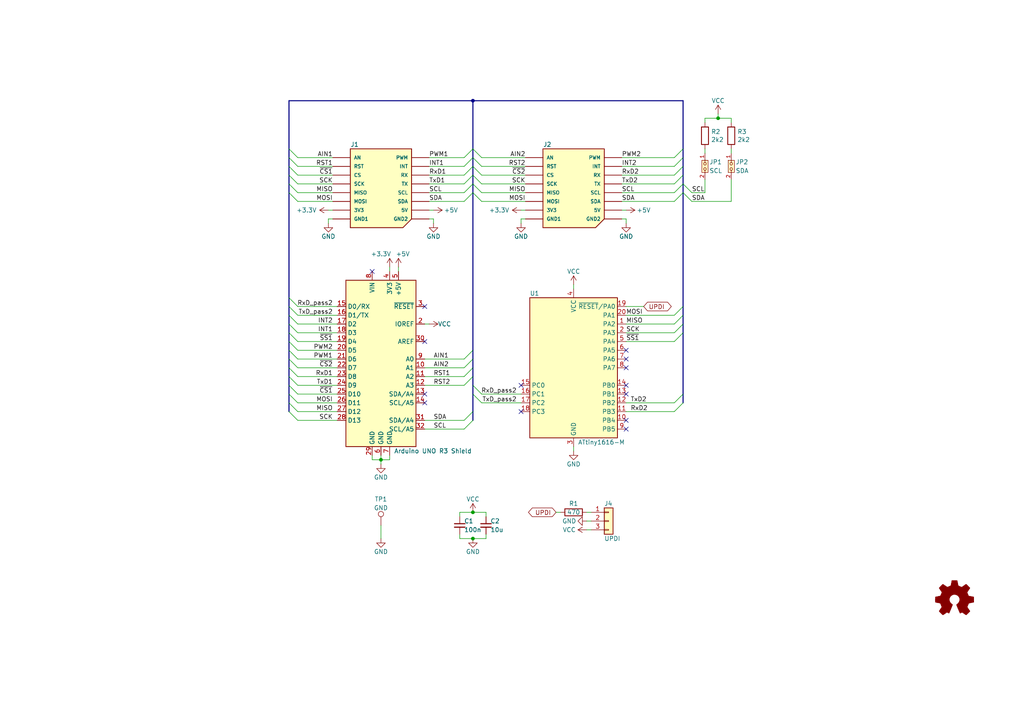
<source format=kicad_sch>
(kicad_sch (version 20250114) (generator "eeschema") (generator_version "9.0")
  (paper "A4")
  (title_block (title "Arduino UNO Click shield") (date "2023-08-25") (rev "1.1") (company "© 2023 MPro") (comment 1 "Designed by MPro") (comment 4 "Licensed under CERN-OHL-P v2 or any later version"))
  (lib_symbols
    (symbol "Connector:TestPoint" (pin_numbers (hide yes)) (pin_names (offset 0.762) (hide yes))
      (property "Reference" "TP" (at 0 6.858 0))
      (property "Value" "TestPoint" (at 0 5.08 0))
      (symbol "TestPoint_0_1"
        (circle (center 0 3.302) (radius 0.762))
      )
      (symbol "TestPoint_1_1"
        (pin passive line (at 0 0 90) (length 2.54) (name "1") (number "1"))
      )
    )
    (symbol "Connector_Generic:Conn_01x03" (pin_names (offset 1.016) (hide yes))
      (property "Reference" "J" (at 0 5.08 0))
      (property "Value" "Conn_01x03" (at 0 -5.08 0))
      (symbol "Conn_01x03_1_1"
        (rectangle (start -1.27 3.81) (end 1.27 -3.81) (stroke (width 0.254)) (fill (type background)))
        (rectangle (start -1.27 2.667) (end 0 2.413) (stroke (width 0.1524)))
        (rectangle (start -1.27 0.127) (end 0 -0.127) (stroke (width 0.1524)))
        (rectangle (start -1.27 -2.413) (end 0 -2.667) (stroke (width 0.1524)))
        (pin passive line (at -5.08 2.54 0) (length 3.81) (name "Pin_1") (number "1"))
        (pin passive line (at -5.08 0 0) (length 3.81) (name "Pin_2") (number "2"))
        (pin passive line (at -5.08 -2.54 0) (length 3.81) (name "Pin_3") (number "3"))
      )
    )
    (symbol "Device:C_Small" (pin_numbers (hide yes)) (pin_names (offset 0.254) (hide yes))
      (property "Reference" "C" (at 0.254 1.778 0))
      (property "Value" "C_Small" (at 0.254 -2.032 0))
      (symbol "C_Small_0_1"
        (polyline (pts (xy -1.524 0.508) (xy 1.524 0.508)) (stroke (width 0.3048)))
        (polyline (pts (xy -1.524 -0.508) (xy 1.524 -0.508)) (stroke (width 0.3302)))
      )
      (symbol "C_Small_1_1"
        (pin passive line (at 0 2.54 270) (length 2.032) (name "~") (number "1"))
        (pin passive line (at 0 -2.54 90) (length 2.032) (name "~") (number "2"))
      )
    )
    (symbol "MCU_Microchip_ATtiny:ATtiny1616-M"
      (property "Reference" "U" (at -12.7 21.59 0))
      (property "Value" "ATtiny1616-M" (at 2.54 -21.59 0))
      (symbol "ATtiny1616-M_0_1"
        (rectangle (start -12.7 -20.32) (end 12.7 20.32) (stroke (width 0.254)) (fill (type background)))
      )
      (symbol "ATtiny1616-M_1_1"
        (pin bidirectional line (at -15.24 -5.08 0) (length 2.54) (name "PC0") (number "15"))
        (pin bidirectional line (at -15.24 -7.62 0) (length 2.54) (name "PC1") (number "16"))
        (pin bidirectional line (at -15.24 -10.16 0) (length 2.54) (name "PC2") (number "17"))
        (pin bidirectional line (at -15.24 -12.7 0) (length 2.54) (name "PC3") (number "18"))
        (pin power_in line (at 0 22.86 270) (length 2.54) (name "VCC") (number "4"))
        (pin passive line (at 0 -22.86 90) (length 2.54) (hide yes) (name "GND") (number "21"))
        (pin power_in line (at 0 -22.86 90) (length 2.54) (name "GND") (number "3"))
        (pin bidirectional line (at 15.24 17.78 180) (length 2.54) (name "~{RESET}/PA0") (number "19"))
        (pin bidirectional line (at 15.24 15.24 180) (length 2.54) (name "PA1") (number "20"))
        (pin bidirectional line (at 15.24 12.7 180) (length 2.54) (name "PA2") (number "1"))
        (pin bidirectional line (at 15.24 10.16 180) (length 2.54) (name "PA3") (number "2"))
        (pin bidirectional line (at 15.24 7.62 180) (length 2.54) (name "PA4") (number "5"))
        (pin bidirectional line (at 15.24 5.08 180) (length 2.54) (name "PA5") (number "6"))
        (pin bidirectional line (at 15.24 2.54 180) (length 2.54) (name "PA6") (number "7"))
        (pin bidirectional line (at 15.24 0 180) (length 2.54) (name "PA7") (number "8"))
        (pin bidirectional line (at 15.24 -5.08 180) (length 2.54) (name "PB0") (number "14"))
        (pin bidirectional line (at 15.24 -7.62 180) (length 2.54) (name "PB1") (number "13"))
        (pin bidirectional line (at 15.24 -10.16 180) (length 2.54) (name "PB2") (number "12"))
        (pin bidirectional line (at 15.24 -12.7 180) (length 2.54) (name "PB3") (number "11"))
        (pin bidirectional line (at 15.24 -15.24 180) (length 2.54) (name "PB4") (number "10"))
        (pin bidirectional line (at 15.24 -17.78 180) (length 2.54) (name "PB5") (number "9"))
      )
    )
    (symbol "MCU_Module:Arduino_UNO_R3"
      (property "Reference" "A" (at -10.16 23.495 0))
      (property "Value" "Arduino_UNO_R3" (at 5.08 -26.67 0))
      (symbol "Arduino_UNO_R3_0_1"
        (rectangle (start -10.16 22.86) (end 10.16 -25.4) (stroke (width 0.254)) (fill (type background)))
      )
      (symbol "Arduino_UNO_R3_1_1"
        (pin bidirectional line (at -12.7 15.24 0) (length 2.54) (name "D0/RX") (number "15"))
        (pin bidirectional line (at -12.7 12.7 0) (length 2.54) (name "D1/TX") (number "16"))
        (pin bidirectional line (at -12.7 10.16 0) (length 2.54) (name "D2") (number "17"))
        (pin bidirectional line (at -12.7 7.62 0) (length 2.54) (name "D3") (number "18"))
        (pin bidirectional line (at -12.7 5.08 0) (length 2.54) (name "D4") (number "19"))
        (pin bidirectional line (at -12.7 2.54 0) (length 2.54) (name "D5") (number "20"))
        (pin bidirectional line (at -12.7 0 0) (length 2.54) (name "D6") (number "21"))
        (pin bidirectional line (at -12.7 -2.54 0) (length 2.54) (name "D7") (number "22"))
        (pin bidirectional line (at -12.7 -5.08 0) (length 2.54) (name "D8") (number "23"))
        (pin bidirectional line (at -12.7 -7.62 0) (length 2.54) (name "D9") (number "24"))
        (pin bidirectional line (at -12.7 -10.16 0) (length 2.54) (name "D10") (number "25"))
        (pin bidirectional line (at -12.7 -12.7 0) (length 2.54) (name "D11") (number "26"))
        (pin bidirectional line (at -12.7 -15.24 0) (length 2.54) (name "D12") (number "27"))
        (pin bidirectional line (at -12.7 -17.78 0) (length 2.54) (name "D13") (number "28"))
        (pin no_connect line (at -10.16 -20.32 0) (length 2.54) (hide yes) (name "NC") (number "1"))
        (pin power_in line (at -2.54 25.4 270) (length 2.54) (name "VIN") (number "8"))
        (pin power_in line (at -2.54 -27.94 90) (length 2.54) (name "GND") (number "29"))
        (pin power_in line (at 0 -27.94 90) (length 2.54) (name "GND") (number "6"))
        (pin power_out line (at 2.54 25.4 270) (length 2.54) (name "3V3") (number "4"))
        (pin power_in line (at 2.54 -27.94 90) (length 2.54) (name "GND") (number "7"))
        (pin power_out line (at 5.08 25.4 270) (length 2.54) (name "+5V") (number "5"))
        (pin input line (at 12.7 15.24 180) (length 2.54) (name "~{RESET}") (number "3"))
        (pin output line (at 12.7 10.16 180) (length 2.54) (name "IOREF") (number "2"))
        (pin input line (at 12.7 5.08 180) (length 2.54) (name "AREF") (number "30"))
        (pin bidirectional line (at 12.7 0 180) (length 2.54) (name "A0") (number "9"))
        (pin bidirectional line (at 12.7 -2.54 180) (length 2.54) (name "A1") (number "10"))
        (pin bidirectional line (at 12.7 -5.08 180) (length 2.54) (name "A2") (number "11"))
        (pin bidirectional line (at 12.7 -7.62 180) (length 2.54) (name "A3") (number "12"))
        (pin bidirectional line (at 12.7 -10.16 180) (length 2.54) (name "SDA/A4") (number "13"))
        (pin bidirectional line (at 12.7 -12.7 180) (length 2.54) (name "SCL/A5") (number "14"))
        (pin bidirectional line (at 12.7 -17.78 180) (length 2.54) (name "SDA/A4") (number "31"))
        (pin bidirectional line (at 12.7 -20.32 180) (length 2.54) (name "SCL/A5") (number "32"))
      )
    )
    (symbol "archive:Device_R" (pin_numbers (hide yes)) (pin_names (offset 0))
      (property "Reference" "R" (at 2.032 0 90))
      (property "Value" "Device_R" (at 0 0 90))
      (symbol "Device_R_0_1"
        (rectangle (start -1.016 -2.54) (end 1.016 2.54) (stroke (width 0.254)))
      )
      (symbol "Device_R_1_1"
        (pin passive line (at 0 3.81 270) (length 1.27) (name "~") (number "1"))
        (pin passive line (at 0 -3.81 90) (length 1.27) (name "~") (number "2"))
      )
    )
    (symbol "archive:Graphic_Logo_Open_Hardware_Small" (pin_names (offset 1.016))
      (symbol "Graphic_Logo_Open_Hardware_Small_0_1"
        (polyline (pts (xy 3.3528 -4.3434) (xy 3.302 -4.318) (xy 3.175 -4.2418) (xy 2.9972 -4.1148) (xy 2.7686 -3.9624) (xy 2.54 -3.81) (xy 2.3622 -3.7084) (xy 2.2352 -3.6068) (xy 2.1844 -3.5814) (xy 2.159 -3.6068) (xy 2.0574 -3.6576) (xy 1.905 -3.7338) (xy 1.8034 -3.7846) (xy 1.6764 -3.8354) (xy 1.6002 -3.8354) (xy 1.6002 -3.8354) (xy 1.5494 -3.7338) (xy 1.4732 -3.5306) (xy 1.3462 -3.302) (xy 1.2446 -3.0226) (xy 1.1176 -2.7178) (xy 0.9652 -2.413) (xy 0.8636 -2.1082) (xy 0.7366 -1.8288) (xy 0.6604 -1.6256) (xy 0.6096 -1.4732) (xy 0.5842 -1.397) (xy 0.5842 -1.397) (xy 0.6604 -1.3208) (xy 0.7874 -1.2446) (xy 1.0414 -1.016) (xy 1.2954 -0.6858) (xy 1.4478 -0.3302) (xy 1.524 0.0762) (xy 1.4732 0.4572) (xy 1.3208 0.8128) (xy 1.0668 1.143) (xy 0.762 1.3716) (xy 0.4064 1.524) (xy 0 1.5748) (xy -0.381 1.5494) (xy -0.7366 1.397) (xy -1.0668 1.143) (xy -1.2192 0.9906) (xy -1.397 0.6604) (xy -1.524 0.3048) (xy -1.524 0.2286) (xy -1.4986 -0.1778) (xy -1.397 -0.5334) (xy -1.1938 -0.8636) (xy -0.9144 -1.143) (xy -0.8636 -1.1684) (xy -0.7366 -1.27) (xy -0.635 -1.3462) (xy -0.5842 -1.397) (xy -1.0668 -2.5908) (xy -1.143 -2.794) (xy -1.2954 -3.1242) (xy -1.397 -3.4036) (xy -1.4986 -3.6322) (xy -1.5748 -3.7846) (xy -1.6002 -3.8354) (xy -1.6002 -3.8354) (xy -1.651 -3.8354) (xy -1.7272 -3.81) (xy -1.905 -3.7338) (xy -2.0066 -3.683) (xy -2.1336 -3.6068) (xy -2.2098 -3.5814) (xy -2.2606 -3.6068) (xy -2.3622 -3.683) (xy -2.54 -3.81) (xy -2.7686 -3.9624) (xy -2.9718 -4.0894) (xy -3.1496 -4.2164) (xy -3.302 -4.318) (xy -3.3528 -4.3434) (xy -3.3782 -4.3434) (xy -3.429 -4.318) (xy -3.5306 -4.2164) (xy -3.7084 -4.064) (xy -3.937 -3.8354) (xy -3.9624 -3.81) (xy -4.1656 -3.6068) (xy -4.318 -3.4544) (xy -4.4196 -3.3274) (xy -4.445 -3.2766) (xy -4.445 -3.2766) (xy -4.4196 -3.2258) (xy -4.318 -3.0734) (xy -4.2164 -2.8956) (xy -4.064 -2.667) (xy -3.6576 -2.0828) (xy -3.8862 -1.5494) (xy -3.937 -1.3716) (xy -4.0386 -1.1684) (xy -4.0894 -1.0414) (xy -4.1148 -0.9652) (xy -4.191 -0.9398) (xy -4.318 -0.9144) (xy -4.5466 -0.8636) (xy -4.8006 -0.8128) (xy -5.0546 -0.7874) (xy -5.2578 -0.7366) (xy -5.4356 -0.7112) (xy -5.5118 -0.6858) (xy -5.5118 -0.6858) (xy -5.5372 -0.635) (xy -5.5372 -0.5588) (xy -5.5372 -0.4318) (xy -5.5626 -0.2286) (xy -5.5626 0.0762) (xy -5.5626 0.127) (xy -5.5372 0.4064) (xy -5.5372 0.635) (xy -5.5372 0.762) (xy -5.5372 0.8382) (xy -5.5372 0.8382) (xy -5.461 0.8382) (xy -5.3086 0.889) (xy -5.08 0.9144) (xy -4.826 0.9652) (xy -4.8006 0.9906) (xy -4.5466 1.0414) (xy -4.318 1.0668) (xy -4.1656 1.1176) (xy -4.0894 1.143) (xy -4.0894 1.143) (xy -4.0386 1.2446) (xy -3.9624 1.4224) (xy -3.8608 1.6256) (xy -3.7846 1.8288) (xy -3.7084 2.0066) (xy -3.6576 2.159) (xy -3.6322 2.2098) (xy -3.6322 2.2098) (xy -3.683 2.286) (xy -3.7592 2.413) (xy -3.8862 2.5908) (xy -4.064 2.8194) (xy -4.064 2.8448) (xy -4.2164 3.0734) (xy -4.3434 3.2512) (xy -4.4196 3.3782) (xy -4.445 3.4544) (xy -4.445 3.4544) (xy -4.3942 3.5052) (xy -4.2926 3.6322) (xy -4.1148 3.81) (xy -3.937 4.0132) (xy -3.8608 4.064) (xy -3.6576 4.2926) (xy -3.5052 4.4196) (xy -3.4036 4.4958) (xy -3.3528 4.5212) (xy -3.3528 4.5212) (xy -3.302 4.4704) (xy -3.1496 4.3688) (xy -2.9718 4.2418) (xy -2.7432 4.0894) (xy -2.7178 4.0894) (xy -2.4892 3.937) (xy -2.3114 3.81) (xy -2.1844 3.7084) (xy -2.1336 3.683) (xy -2.1082 3.683) (xy -2.032 3.7084) (xy -1.8542 3.7592) (xy -1.6764 3.8354) (xy -1.4732 3.937) (xy -1.27 4.0132) (xy -1.143 4.064) (xy -1.0668 4.1148) (xy -1.0668 4.1148) (xy -1.0414 4.191) (xy -1.016 4.3434) (xy -0.9652 4.572) (xy -0.9144 4.8514) (xy -0.889 4.9022) (xy -0.8382 5.1562) (xy -0.8128 5.3848) (xy -0.7874 5.5372) (xy -0.762 5.588) (xy -0.7112 5.6134) (xy -0.5842 5.6134) (xy -0.4064 5.6134) (xy -0.1524 5.6134) (xy 0.0762 5.6134) (xy 0.3302 5.6134) (xy 0.5334 5.6134) (xy 0.6858 5.588) (xy 0.7366 5.588) (xy 0.7366 5.588) (xy 0.762 5.5118) (xy 0.8128 5.334) (xy 0.8382 5.1054) (xy 0.9144 4.826) (xy 0.9144 4.7752) (xy 0.9652 4.5212) (xy 1.016 4.2926) (xy 1.0414 4.1402) (xy 1.0668 4.0894) (xy 1.0668 4.0894) (xy 1.1938 4.0386) (xy 1.3716 3.9624) (xy 1.5748 3.8608) (xy 2.0828 3.6576) (xy 2.7178 4.0894) (xy 2.7686 4.1402) (xy 2.9972 4.2926) (xy 3.175 4.4196) (xy 3.302 4.4958) (xy 3.3782 4.5212) (xy 3.3782 4.5212) (xy 3.429 4.4704) (xy 3.556 4.3434) (xy 3.7338 4.191) (xy 3.9116 3.9878) (xy 4.064 3.8354) (xy 4.2418 3.6576) (xy 4.3434 3.556) (xy 4.4196 3.4798) (xy 4.4196 3.429) (xy 4.4196 3.4036) (xy 4.3942 3.3274) (xy 4.2926 3.2004) (xy 4.1656 2.9972) (xy 4.0132 2.794) (xy 3.8862 2.5908) (xy 3.7592 2.3876) (xy 3.6576 2.2352) (xy 3.6322 2.159) (xy 3.6322 2.1336) (xy 3.683 2.0066) (xy 3.7592 1.8288) (xy 3.8608 1.6002) (xy 4.064 1.1176) (xy 4.3942 1.0414) (xy 4.5974 1.016) (xy 4.8768 0.9652) (xy 5.1308 0.9144) (xy 5.5372 0.8382) (xy 5.5626 -0.6604) (xy 5.4864 -0.6858) (xy 5.4356 -0.6858) (xy 5.2832 -0.7366) (xy 5.0546 -0.762) (xy 4.8006 -0.8128) (xy 4.5974 -0.8636) (xy 4.3688 -0.9144) (xy 4.2164 -0.9398) (xy 4.1402 -0.9398) (xy 4.1148 -0.9652) (xy 4.064 -1.0668) (xy 3.9878 -1.2446) (xy 3.9116 -1.4478) (xy 3.81 -1.651) (xy 3.7338 -1.8542) (xy 3.683 -2.0066) (xy 3.6576 -2.0828) (xy 3.683 -2.1336) (xy 3.7846 -2.2606) (xy 3.8862 -2.4638) (xy 4.0386 -2.667) (xy 4.191 -2.8956) (xy 4.318 -3.0734) (xy 4.3942 -3.2004) (xy 4.445 -3.2766) (xy 4.4196 -3.3274) (xy 4.3434 -3.429) (xy 4.1656 -3.5814) (xy 3.937 -3.8354) (xy 3.8862 -3.8608) (xy 3.683 -4.064) (xy 3.5306 -4.2164) (xy 3.4036 -4.318) (xy 3.3528 -4.3434)) (fill (type outline)))
      )
    )
    (symbol "diy-modules:mikroBUS_host_connector" (pin_numbers (hide yes)) (pin_names (offset 1.016))
      (property "Reference" "J" (at 0 23.495 0))
      (symbol "mikroBUS_host_connector_0_0"
        (pin bidirectional line (at -5.08 20.32 0) (length 5.08) (name "AN") (number "P1"))
        (pin bidirectional line (at -5.08 17.78 0) (length 5.08) (name "RST") (number "P2"))
        (pin bidirectional line (at -5.08 15.24 0) (length 5.08) (name "CS") (number "P3"))
        (pin bidirectional line (at -5.08 12.7 0) (length 5.08) (name "SCK") (number "P4"))
        (pin bidirectional line (at -5.08 10.16 0) (length 5.08) (name "MISO") (number "P5"))
        (pin bidirectional line (at -5.08 7.62 0) (length 5.08) (name "MOSI") (number "P6"))
        (pin power_in line (at -5.08 5.08 0) (length 5.08) (name "3V3") (number "P7"))
        (pin bidirectional line (at 22.86 20.32 180) (length 5.08) (name "PWM") (number "P16"))
        (pin bidirectional line (at 22.86 17.78 180) (length 5.08) (name "INT") (number "P15"))
        (pin bidirectional line (at 22.86 15.24 180) (length 5.08) (name "RX") (number "P14"))
        (pin bidirectional line (at 22.86 12.7 180) (length 5.08) (name "TX") (number "P13"))
        (pin bidirectional line (at 22.86 10.16 180) (length 5.08) (name "SCL") (number "P12"))
        (pin bidirectional line (at 22.86 7.62 180) (length 5.08) (name "SDA") (number "P11"))
        (pin power_in line (at 22.86 5.08 180) (length 5.08) (name "5V") (number "P10"))
      )
      (symbol "mikroBUS_host_connector_0_1"
        (polyline (pts (xy 17.78 2.54) (xy 15.24 0) (xy 0 0) (xy 0 22.86) (xy 17.78 22.86) (xy 17.78 2.54)) (stroke (width 0.254)) (fill (type background)))
      )
      (symbol "mikroBUS_host_connector_1_0"
        (pin power_in line (at -5.08 2.54 0) (length 5.08) (name "GND1") (number "P8"))
        (pin power_in line (at 22.86 2.54 180) (length 5.08) (name "GND2") (number "P9"))
      )
    )
    (symbol "power:+3.3V" (power) (pin_names (offset 0))
      (property "Value" "+3.3V" (at 0 3.556 0))
      (symbol "+3.3V_0_1"
        (polyline (pts (xy -0.762 1.27) (xy 0 2.54)))
        (polyline (pts (xy 0 2.54) (xy 0.762 1.27)))
        (polyline (pts (xy 0 0) (xy 0 2.54)))
      )
      (symbol "+3.3V_1_1"
        (pin power_in line (at 0 0 90) (length 0) (hide yes) (name "+3.3V") (number "1"))
      )
    )
    (symbol "power:+5V" (power) (pin_names (offset 0))
      (property "Value" "+5V" (at 0 3.556 0))
      (symbol "+5V_0_1"
        (polyline (pts (xy -0.762 1.27) (xy 0 2.54)))
        (polyline (pts (xy 0 2.54) (xy 0.762 1.27)))
        (polyline (pts (xy 0 0) (xy 0 2.54)))
      )
      (symbol "+5V_1_1"
        (pin power_in line (at 0 0 90) (length 0) (hide yes) (name "+5V") (number "1"))
      )
    )
    (symbol "power:GND" (power) (pin_names (offset 0))
      (property "Value" "GND" (at 0 -3.81 0))
      (symbol "GND_0_1"
        (polyline (pts (xy 0 0) (xy 0 -1.27) (xy 1.27 -1.27) (xy 0 -2.54) (xy -1.27 -1.27) (xy 0 -1.27)))
      )
      (symbol "GND_1_1"
        (pin power_in line (at 0 0 270) (length 0) (hide yes) (name "GND") (number "1"))
      )
    )
    (symbol "power:VCC" (power) (pin_names (offset 0))
      (property "Value" "VCC" (at 0 3.81 0))
      (symbol "VCC_0_1"
        (polyline (pts (xy -0.762 1.27) (xy 0 2.54)))
        (polyline (pts (xy 0 2.54) (xy 0.762 1.27)))
        (polyline (pts (xy 0 0) (xy 0 2.54)))
      )
      (symbol "VCC_1_1"
        (pin power_in line (at 0 0 90) (length 0) (hide yes) (name "VCC") (number "1"))
      )
    )
    (symbol "various:Jumper_2" (pin_names (offset 0) (hide yes))
      (property "Reference" "JP" (at -0.635 1.905 0))
      (property "Value" "Jumper_2" (at 1.27 -2.54 0))
      (symbol "Jumper_2_0_1"
        (polyline (pts (xy 0.127 0) (xy -0.635 0)))
        (polyline (pts (xy 3.175 0) (xy 2.413 0)))
      )
      (symbol "Jumper_2_1_0"
        (rectangle (start -0.508 0.889) (end 3.048 -0.889) (fill (type background)))
        (circle (center 0.508 0) (radius 0.381))
        (circle (center 2.032 0) (radius 0.381))
      )
      (symbol "Jumper_2_1_1"
        (pin passive line (at -2.54 0 0) (length 1.905) (name "A") (number "1"))
        (pin passive line (at 5.08 0 180) (length 1.905) (name "B") (number "2"))
      )
    )
  )
  (junction (at 137.16 148.59))
  (junction (at 137.16 29.21))
  (junction (at 208.28 34.29))
  (junction (at 137.16 156.21))
  (junction (at 110.49 133.35))
  (no_connect (at 123.19 99.06))
  (no_connect (at 181.61 124.46))
  (no_connect (at 107.95 78.74))
  (no_connect (at 123.19 116.84))
  (no_connect (at 181.61 111.76))
  (no_connect (at 181.61 121.92))
  (no_connect (at 151.13 111.76))
  (no_connect (at 181.61 101.6))
  (no_connect (at 123.19 114.3))
  (no_connect (at 123.19 88.9))
  (no_connect (at 181.61 106.68))
  (no_connect (at 181.61 104.14))
  (no_connect (at 151.13 119.38))
  (no_connect (at 181.61 114.3))
  (bus_entry (at 134.62 124.46) (size 2.54 -2.54))
  (bus_entry (at 139.7 48.26) (size -2.54 -2.54))
  (bus_entry (at 195.58 116.84) (size 2.54 -2.54))
  (bus_entry (at 134.62 45.72) (size 2.54 -2.54))
  (bus_entry (at 195.58 91.44) (size 2.54 -2.54))
  (bus_entry (at 86.36 116.84) (size -2.54 -2.54))
  (bus_entry (at 86.36 53.34) (size -2.54 -2.54))
  (bus_entry (at 134.62 50.8) (size 2.54 -2.54))
  (bus_entry (at 86.36 96.52) (size -2.54 -2.54))
  (bus_entry (at 139.7 53.34) (size -2.54 -2.54))
  (bus_entry (at 195.58 58.42) (size 2.54 -2.54))
  (bus_entry (at 86.36 109.22) (size -2.54 -2.54))
  (bus_entry (at 86.36 58.42) (size -2.54 -2.54))
  (bus_entry (at 200.66 58.42) (size -2.54 -2.54))
  (bus_entry (at 134.62 111.76) (size 2.54 -2.54))
  (bus_entry (at 86.36 101.6) (size -2.54 -2.54))
  (bus_entry (at 86.36 104.14) (size -2.54 -2.54))
  (bus_entry (at 86.36 114.3) (size -2.54 -2.54))
  (bus_entry (at 134.62 109.22) (size 2.54 -2.54))
  (bus_entry (at 134.62 55.88) (size 2.54 -2.54))
  (bus_entry (at 86.36 99.06) (size -2.54 -2.54))
  (bus_entry (at 86.36 121.92) (size -2.54 -2.54))
  (bus_entry (at 195.58 48.26) (size 2.54 -2.54))
  (bus_entry (at 86.36 48.26) (size -2.54 -2.54))
  (bus_entry (at 134.62 121.92) (size 2.54 -2.54))
  (bus_entry (at 86.36 45.72) (size -2.54 -2.54))
  (bus_entry (at 195.58 93.98) (size 2.54 -2.54))
  (bus_entry (at 86.36 93.98) (size -2.54 -2.54))
  (bus_entry (at 139.7 116.84) (size -2.54 -2.54))
  (bus_entry (at 134.62 53.34) (size 2.54 -2.54))
  (bus_entry (at 134.62 58.42) (size 2.54 -2.54))
  (bus_entry (at 139.7 50.8) (size -2.54 -2.54))
  (bus_entry (at 134.62 48.26) (size 2.54 -2.54))
  (bus_entry (at 195.58 53.34) (size 2.54 -2.54))
  (bus_entry (at 134.62 106.68) (size 2.54 -2.54))
  (bus_entry (at 195.58 50.8) (size 2.54 -2.54))
  (bus_entry (at 195.58 99.06) (size 2.54 -2.54))
  (bus_entry (at 86.36 106.68) (size -2.54 -2.54))
  (bus_entry (at 134.62 104.14) (size 2.54 -2.54))
  (bus_entry (at 86.36 55.88) (size -2.54 -2.54))
  (bus_entry (at 139.7 114.3) (size -2.54 -2.54))
  (bus_entry (at 139.7 55.88) (size -2.54 -2.54))
  (bus_entry (at 86.36 119.38) (size -2.54 -2.54))
  (bus_entry (at 139.7 58.42) (size -2.54 -2.54))
  (bus_entry (at 86.36 88.9) (size -2.54 -2.54))
  (bus_entry (at 195.58 45.72) (size 2.54 -2.54))
  (bus_entry (at 86.36 50.8) (size -2.54 -2.54))
  (bus_entry (at 86.36 111.76) (size -2.54 -2.54))
  (bus_entry (at 195.58 96.52) (size 2.54 -2.54))
  (bus_entry (at 195.58 55.88) (size 2.54 -2.54))
  (bus_entry (at 139.7 45.72) (size -2.54 -2.54))
  (bus_entry (at 86.36 91.44) (size -2.54 -2.54))
  (bus_entry (at 200.66 55.88) (size -2.54 -2.54))
  (bus_entry (at 195.58 119.38) (size 2.54 -2.54))
  (wire (pts (xy 86.36 106.68) (xy 97.79 106.68)))
  (wire (pts (xy 212.09 34.29) (xy 212.09 35.56)))
  (bus (pts (xy 83.82 86.36) (xy 83.82 88.9)))
  (wire (pts (xy 123.19 106.68) (xy 134.62 106.68)))
  (wire (pts (xy 200.66 58.42) (xy 212.09 58.42)))
  (wire (pts (xy 86.36 104.14) (xy 97.79 104.14)))
  (bus (pts (xy 137.16 55.88) (xy 137.16 101.6)))
  (wire (pts (xy 124.46 58.42) (xy 134.62 58.42)))
  (bus (pts (xy 83.82 99.06) (xy 83.82 101.6)))
  (wire (pts (xy 110.49 133.35) (xy 110.49 134.62)))
  (wire (pts (xy 124.46 55.88) (xy 134.62 55.88)))
  (wire (pts (xy 212.09 58.42) (xy 212.09 52.07)))
  (wire (pts (xy 180.34 48.26) (xy 195.58 48.26)))
  (wire (pts (xy 115.57 77.47) (xy 115.57 78.74)))
  (wire (pts (xy 161.29 148.59) (xy 162.56 148.59)))
  (wire (pts (xy 86.36 119.38) (xy 97.79 119.38)))
  (wire (pts (xy 170.18 151.13) (xy 171.45 151.13)))
  (wire (pts (xy 133.35 148.59) (xy 133.35 149.86)))
  (wire (pts (xy 124.46 48.26) (xy 134.62 48.26)))
  (wire (pts (xy 124.46 63.5) (xy 125.73 63.5)))
  (bus (pts (xy 83.82 88.9) (xy 83.82 91.44)))
  (bus (pts (xy 83.82 93.98) (xy 83.82 96.52)))
  (wire (pts (xy 166.37 82.55) (xy 166.37 83.82)))
  (bus (pts (xy 137.16 53.34) (xy 137.16 55.88)))
  (bus (pts (xy 137.16 50.8) (xy 137.16 53.34)))
  (bus (pts (xy 83.82 93.98) (xy 83.82 91.44)))
  (bus (pts (xy 83.82 114.3) (xy 83.82 111.76)))
  (wire (pts (xy 86.36 96.52) (xy 97.79 96.52)))
  (wire (pts (xy 181.61 93.98) (xy 195.58 93.98)))
  (wire (pts (xy 180.34 53.34) (xy 195.58 53.34)))
  (wire (pts (xy 107.95 132.08) (xy 107.95 133.35)))
  (wire (pts (xy 151.13 63.5) (xy 151.13 64.77)))
  (bus (pts (xy 198.12 88.9) (xy 198.12 91.44)))
  (bus (pts (xy 198.12 93.98) (xy 198.12 96.52)))
  (bus (pts (xy 137.16 101.6) (xy 137.16 104.14)))
  (wire (pts (xy 86.36 109.22) (xy 97.79 109.22)))
  (wire (pts (xy 204.47 34.29) (xy 208.28 34.29)))
  (bus (pts (xy 137.16 109.22) (xy 137.16 111.76)))
  (wire (pts (xy 140.97 148.59) (xy 140.97 149.86)))
  (bus (pts (xy 83.82 43.18) (xy 83.82 29.21)))
  (wire (pts (xy 124.46 53.34) (xy 134.62 53.34)))
  (wire (pts (xy 124.46 60.96) (xy 125.73 60.96)))
  (wire (pts (xy 139.7 48.26) (xy 152.4 48.26)))
  (wire (pts (xy 86.36 99.06) (xy 97.79 99.06)))
  (wire (pts (xy 123.19 121.92) (xy 134.62 121.92)))
  (bus (pts (xy 198.12 50.8) (xy 198.12 53.34)))
  (bus (pts (xy 137.16 114.3) (xy 137.16 119.38)))
  (wire (pts (xy 181.61 96.52) (xy 195.58 96.52)))
  (wire (pts (xy 181.61 88.9) (xy 186.69 88.9)))
  (bus (pts (xy 83.82 29.21) (xy 137.16 29.21)))
  (bus (pts (xy 83.82 53.34) (xy 83.82 55.88)))
  (bus (pts (xy 83.82 104.14) (xy 83.82 106.68)))
  (wire (pts (xy 180.34 50.8) (xy 195.58 50.8)))
  (wire (pts (xy 95.25 63.5) (xy 96.52 63.5)))
  (bus (pts (xy 198.12 48.26) (xy 198.12 50.8)))
  (bus (pts (xy 83.82 109.22) (xy 83.82 106.68)))
  (wire (pts (xy 180.34 63.5) (xy 181.61 63.5)))
  (wire (pts (xy 204.47 43.18) (xy 204.47 44.45)))
  (wire (pts (xy 180.34 60.96) (xy 181.61 60.96)))
  (bus (pts (xy 83.82 119.38) (xy 83.82 116.84)))
  (bus (pts (xy 198.12 29.21) (xy 198.12 43.18)))
  (wire (pts (xy 123.19 111.76) (xy 134.62 111.76)))
  (wire (pts (xy 86.36 93.98) (xy 97.79 93.98)))
  (wire (pts (xy 86.36 50.8) (xy 96.52 50.8)))
  (wire (pts (xy 86.36 58.42) (xy 96.52 58.42)))
  (wire (pts (xy 212.09 43.18) (xy 212.09 44.45)))
  (wire (pts (xy 95.25 60.96) (xy 96.52 60.96)))
  (wire (pts (xy 110.49 133.35) (xy 113.03 133.35)))
  (wire (pts (xy 110.49 132.08) (xy 110.49 133.35)))
  (wire (pts (xy 125.73 63.5) (xy 125.73 64.77)))
  (wire (pts (xy 123.19 93.98) (xy 124.46 93.98)))
  (wire (pts (xy 180.34 58.42) (xy 195.58 58.42)))
  (bus (pts (xy 137.16 43.18) (xy 137.16 45.72)))
  (wire (pts (xy 151.13 60.96) (xy 152.4 60.96)))
  (wire (pts (xy 113.03 132.08) (xy 113.03 133.35)))
  (wire (pts (xy 123.19 104.14) (xy 134.62 104.14)))
  (bus (pts (xy 137.16 106.68) (xy 137.16 109.22)))
  (wire (pts (xy 208.28 34.29) (xy 212.09 34.29)))
  (wire (pts (xy 139.7 58.42) (xy 152.4 58.42)))
  (wire (pts (xy 139.7 53.34) (xy 152.4 53.34)))
  (wire (pts (xy 110.49 152.4) (xy 110.49 156.21)))
  (bus (pts (xy 83.82 45.72) (xy 83.82 48.26)))
  (wire (pts (xy 200.66 55.88) (xy 204.47 55.88)))
  (bus (pts (xy 198.12 45.72) (xy 198.12 48.26)))
  (wire (pts (xy 181.61 116.84) (xy 195.58 116.84)))
  (wire (pts (xy 139.7 50.8) (xy 152.4 50.8)))
  (wire (pts (xy 181.61 63.5) (xy 181.61 64.77)))
  (wire (pts (xy 139.7 45.72) (xy 152.4 45.72)))
  (wire (pts (xy 86.36 55.88) (xy 96.52 55.88)))
  (wire (pts (xy 204.47 55.88) (xy 204.47 52.07)))
  (bus (pts (xy 198.12 91.44) (xy 198.12 93.98)))
  (wire (pts (xy 152.4 63.5) (xy 151.13 63.5)))
  (wire (pts (xy 86.36 111.76) (xy 97.79 111.76)))
  (bus (pts (xy 137.16 119.38) (xy 137.16 121.92)))
  (bus (pts (xy 83.82 109.22) (xy 83.82 111.76)))
  (wire (pts (xy 170.18 153.67) (xy 171.45 153.67)))
  (bus (pts (xy 83.82 43.18) (xy 83.82 45.72)))
  (bus (pts (xy 83.82 114.3) (xy 83.82 116.84)))
  (wire (pts (xy 123.19 109.22) (xy 134.62 109.22)))
  (wire (pts (xy 140.97 154.94) (xy 140.97 156.21)))
  (wire (pts (xy 86.36 48.26) (xy 96.52 48.26)))
  (wire (pts (xy 180.34 55.88) (xy 195.58 55.88)))
  (bus (pts (xy 83.82 50.8) (xy 83.82 53.34)))
  (bus (pts (xy 198.12 53.34) (xy 198.12 55.88)))
  (wire (pts (xy 86.36 101.6) (xy 97.79 101.6)))
  (wire (pts (xy 137.16 156.21) (xy 133.35 156.21)))
  (wire (pts (xy 208.28 33.02) (xy 208.28 34.29)))
  (bus (pts (xy 137.16 111.76) (xy 137.16 114.3)))
  (wire (pts (xy 86.36 116.84) (xy 97.79 116.84)))
  (wire (pts (xy 86.36 88.9) (xy 97.79 88.9)))
  (wire (pts (xy 86.36 121.92) (xy 97.79 121.92)))
  (bus (pts (xy 83.82 86.36) (xy 83.82 55.88)))
  (wire (pts (xy 113.03 77.47) (xy 113.03 78.74)))
  (wire (pts (xy 107.95 133.35) (xy 110.49 133.35)))
  (wire (pts (xy 166.37 129.54) (xy 166.37 130.81)))
  (wire (pts (xy 86.36 45.72) (xy 96.52 45.72)))
  (wire (pts (xy 181.61 119.38) (xy 195.58 119.38)))
  (bus (pts (xy 137.16 29.21) (xy 137.16 43.18)))
  (bus (pts (xy 198.12 43.18) (xy 198.12 45.72)))
  (wire (pts (xy 139.7 55.88) (xy 152.4 55.88)))
  (wire (pts (xy 204.47 35.56) (xy 204.47 34.29)))
  (wire (pts (xy 124.46 50.8) (xy 134.62 50.8)))
  (wire (pts (xy 181.61 99.06) (xy 195.58 99.06)))
  (bus (pts (xy 137.16 29.21) (xy 198.12 29.21)))
  (wire (pts (xy 139.7 116.84) (xy 151.13 116.84)))
  (wire (pts (xy 139.7 114.3) (xy 151.13 114.3)))
  (wire (pts (xy 137.16 148.59) (xy 140.97 148.59)))
  (wire (pts (xy 170.18 148.59) (xy 171.45 148.59)))
  (bus (pts (xy 83.82 104.14) (xy 83.82 101.6)))
  (bus (pts (xy 198.12 114.3) (xy 198.12 116.84)))
  (wire (pts (xy 86.36 114.3) (xy 97.79 114.3)))
  (wire (pts (xy 86.36 53.34) (xy 96.52 53.34)))
  (wire (pts (xy 124.46 45.72) (xy 134.62 45.72)))
  (bus (pts (xy 83.82 48.26) (xy 83.82 50.8)))
  (bus (pts (xy 198.12 55.88) (xy 198.12 88.9)))
  (wire (pts (xy 180.34 45.72) (xy 195.58 45.72)))
  (wire (pts (xy 86.36 91.44) (xy 97.79 91.44)))
  (bus (pts (xy 198.12 96.52) (xy 198.12 114.3)))
  (wire (pts (xy 181.61 91.44) (xy 195.58 91.44)))
  (wire (pts (xy 123.19 124.46) (xy 134.62 124.46)))
  (wire (pts (xy 133.35 154.94) (xy 133.35 156.21)))
  (wire (pts (xy 140.97 156.21) (xy 137.16 156.21)))
  (bus (pts (xy 137.16 45.72) (xy 137.16 48.26)))
  (wire (pts (xy 95.25 64.77) (xy 95.25 63.5)))
  (bus (pts (xy 83.82 99.06) (xy 83.82 96.52)))
  (bus (pts (xy 137.16 48.26) (xy 137.16 50.8)))
  (bus (pts (xy 137.16 104.14) (xy 137.16 106.68)))
  (wire (pts (xy 133.35 148.59) (xy 137.16 148.59)))
  (label "TxD_pass2" (at 149.86 116.84 180))
  (label "~{SS1}" (at 181.61 99.06 0))
  (label "AIN2" (at 125.73 106.68 0))
  (label "RxD1" (at 124.46 50.8 0))
  (label "TxD1" (at 96.52 111.76 180))
  (label "RxD_pass2" (at 149.86 114.3 180))
  (label "MOSI" (at 96.52 116.84 180))
  (label "AIN2" (at 152.4 45.72 180))
  (label "PWM1" (at 96.52 104.14 180))
  (label "INT1" (at 96.52 96.52 180))
  (label "RST2" (at 125.73 111.76 0))
  (label "MISO" (at 152.4 55.88 180))
  (label "MISO" (at 96.52 55.88 180))
  (label "AIN1" (at 96.52 45.72 180))
  (label "SCK" (at 181.61 96.52 0))
  (label "SCK" (at 96.52 53.34 180))
  (label "RxD2" (at 180.34 50.8 0))
  (label "~{CS1}" (at 96.52 50.8 180))
  (label "MOSI" (at 152.4 58.42 180))
  (label "SDA" (at 125.73 121.92 0))
  (label "TxD2" (at 180.34 53.34 0))
  (label "~{CS2}" (at 152.4 50.8 180))
  (label "RST1" (at 125.73 109.22 0))
  (label "SCL" (at 180.34 55.88 0))
  (label "AIN1" (at 125.73 104.14 0))
  (label "SCL" (at 125.73 124.46 0))
  (label "SCK" (at 152.4 53.34 180))
  (label "SDA" (at 124.46 58.42 0))
  (label "MISO" (at 181.61 93.98 0))
  (label "MISO" (at 96.52 119.38 180))
  (label "RST2" (at 152.4 48.26 180))
  (label "SCL" (at 200.66 55.88 0))
  (label "SDA" (at 200.66 58.42 0))
  (label "MOSI" (at 181.61 91.44 0))
  (label "SDA" (at 180.34 58.42 0))
  (label "~{CS1}" (at 96.52 114.3 180))
  (label "~{CS2}" (at 96.52 106.68 180))
  (label "TxD2" (at 182.88 116.84 0))
  (label "PWM2" (at 96.52 101.6 180))
  (label "RST1" (at 96.52 48.26 180))
  (label "SCK" (at 96.52 121.92 180))
  (label "PWM2" (at 180.34 45.72 0))
  (label "INT1" (at 124.46 48.26 0))
  (label "~{SS1}" (at 96.52 99.06 180))
  (label "PWM1" (at 124.46 45.72 0))
  (label "SCL" (at 124.46 55.88 0))
  (label "RxD2" (at 182.88 119.38 0))
  (label "RxD_pass2" (at 96.52 88.9 180))
  (label "INT2" (at 96.52 93.98 180))
  (label "MOSI" (at 96.52 58.42 180))
  (label "INT2" (at 180.34 48.26 0))
  (label "TxD_pass2" (at 96.52 91.44 180))
  (label "TxD1" (at 124.46 53.34 0))
  (label "RxD1" (at 96.52 109.22 180))
  (global_label "UPDI" (shape bidirectional) (at 186.69 88.9 0) (property "Intersheetrefs" "${INTERSHEET_REFS}" (effects (hide yes))))
  (global_label "UPDI" (shape bidirectional) (at 161.29 148.59 180) (property "Intersheetrefs" "${INTERSHEET_REFS}" (effects (hide yes))))
  (symbol (lib_id "power:GND") (at 110.49 156.21 0) (unit 1)
    (property "Reference" "#PWR021" (effects (hide yes)))
    (property "Value" "GND" (at 110.49 160.02 0))
  )
  (symbol (lib_id "power:GND") (at 151.13 64.77 0) (unit 1)
    (property "Reference" "#PWR010" (effects (hide yes)))
    (property "Value" "GND" (at 151.13 68.58 0))
  )
  (symbol (lib_id "archive:Device_R") (at 166.37 148.59 270) (unit 1)
    (property "Reference" "R1" (at 166.37 146.05 90))
    (property "Value" "470" (at 166.37 148.59 90))
    (property "Footprint" "footprints:R_0805_2012Metric" (effects (hide yes)))
    (property "LCSC" "C17710" (effects (hide yes)))
    (property "Package/Case" "0805" (effects (hide yes)))
  )
  (symbol (lib_id "MCU_Microchip_ATtiny:ATtiny1616-M") (at 166.37 106.68 0) (unit 1)
    (property "Reference" "U1" (at 153.67 85.09 0) (effects (justify left)))
    (property "Value" "ATtiny1616-M" (at 167.64 128.27 0) (effects (justify left)))
    (property "Footprint" "footprints:VQFN-20-1EP_3x3mm_P0.4mm_EP1.7x1.7mm" (effects (hide yes)))
    (property "Datasheet" "http://ww1.microchip.com/downloads/en/DeviceDoc/ATtiny3216_ATtiny1616-data-sheet-40001997B.pdf" (effects (hide yes)))
    (property "LCSC" "C507118" (effects (hide yes)))
    (property "Package/Case" "VQFN20" (effects (hide yes)))
  )
  (symbol (lib_id "power:+5V") (at 125.73 60.96 270) (unit 1)
    (property "Reference" "#PWR06" (effects (hide yes)))
    (property "Value" "+5V" (at 130.81 60.96 90))
  )
  (symbol (lib_id "power:+3.3V") (at 151.13 60.96 90) (unit 1)
    (property "Reference" "#PWR08" (effects (hide yes)))
    (property "Value" "+3.3V" (at 144.78 60.96 90))
  )
  (symbol (lib_id "Device:C_Small") (at 133.35 152.4 0) (unit 1)
    (property "Reference" "C1" (at 134.62 151.13 0) (effects (justify left)))
    (property "Value" "100n" (at 134.62 153.67 0) (effects (justify left)))
    (property "Footprint" "footprints:C_0805_2012Metric" (effects (hide yes)))
    (property "LCSC" "C49678" (effects (hide yes)))
    (property "Package/Case" "0805" (effects (hide yes)))
  )
  (symbol (lib_id "Connector:TestPoint") (at 110.49 152.4 0) (unit 1) (in_bom no)
    (property "Reference" "TP1" (at 110.49 144.78 0))
    (property "Value" "GND" (at 110.49 147.32 0))
    (property "Footprint" "footprints:TestPoint_THTPad_D2.5mm_Drill1.2mm" (effects (hide yes)))
  )
  (symbol (lib_id "power:VCC") (at 170.18 153.67 90) (unit 1)
    (property "Reference" "#PWR025" (effects (hide yes)))
    (property "Value" "VCC" (at 165.1 153.67 90))
  )
  (symbol (lib_id "power:GND") (at 137.16 156.21 0) (unit 1)
    (property "Reference" "#PWR020" (effects (hide yes)))
    (property "Value" "GND" (at 137.16 160.02 0))
  )
  (symbol (lib_id "Device:C_Small") (at 140.97 152.4 0) (unit 1)
    (property "Reference" "C2" (at 142.24 151.13 0) (effects (justify left)))
    (property "Value" "10u" (at 142.24 153.67 0) (effects (justify left)))
    (property "Footprint" "footprints:C_0805_2012Metric" (effects (hide yes)))
    (property "LCSC" "C15850" (effects (hide yes)))
    (property "Package/Case" "0805" (effects (hide yes)))
  )
  (symbol (lib_id "power:VCC") (at 208.28 33.02 0) (unit 1)
    (property "Reference" "#PWR026" (effects (hide yes)))
    (property "Value" "VCC" (at 208.28 29.21 0))
  )
  (symbol (lib_id "power:VCC") (at 166.37 82.55 0) (unit 1)
    (property "Reference" "#PWR015" (effects (hide yes)))
    (property "Value" "VCC" (at 166.37 78.74 0))
  )
  (symbol (lib_id "power:GND") (at 181.61 64.77 0) (unit 1)
    (property "Reference" "#PWR011" (effects (hide yes)))
    (property "Value" "GND" (at 181.61 68.58 0))
  )
  (symbol (lib_id "power:GND") (at 95.25 64.77 0) (unit 1)
    (property "Reference" "#PWR04" (effects (hide yes)))
    (property "Value" "GND" (at 95.25 68.58 0))
  )
  (symbol (lib_id "various:Jumper_2") (at 204.47 46.99 270) (unit 1)
    (property "Reference" "JP1" (at 205.74 46.99 90) (effects (justify left)))
    (property "Value" "SCL" (at 205.74 49.53 90) (effects (justify left)))
    (property "Footprint" "footprints:PinHeader_1x02_P2.54mm_Vertical" (effects (hide yes)))
    (property "LCSC" "-----" (effects (hide yes)))
    (property "Package/Case" "pin 1x2 2.54mm" (effects (hide yes)))
  )
  (symbol (lib_id "power:+5V") (at 181.61 60.96 270) (unit 1)
    (property "Reference" "#PWR07" (effects (hide yes)))
    (property "Value" "+5V" (at 186.69 60.96 90))
  )
  (symbol (lib_id "diy-modules:mikroBUS_host_connector") (at 157.48 66.04 0) (unit 1)
    (property "Reference" "J2" (at 158.75 41.91 0))
    (property "Value" "mikroBUS host connector" (effects (hide yes)))
    (property "Footprint" "footprints:mikroBUS_host_connector" (effects (hide yes)))
    (property "Datasheet" "https://download.mikroe.com/documents/standards/mikrobus/mikrobus-standard-specification-v200.pdf" (effects (hide yes)))
    (property "LCSC" "-----" (effects (hide yes)))
    (property "Package/Case" "(2x) socket 1x8 2.54mm" (effects (hide yes)))
  )
  (symbol (lib_id "power:GND") (at 125.73 64.77 0) (unit 1)
    (property "Reference" "#PWR09" (effects (hide yes)))
    (property "Value" "GND" (at 125.73 68.58 0))
  )
  (symbol (lib_id "MCU_Module:Arduino_UNO_R3") (at 110.49 104.14 0) (unit 1) (in_bom no)
    (property "Reference" "A1" (effects (hide yes)))
    (property "Value" "Arduino UNO R3 Shield" (at 114.3 130.81 0) (effects (justify left)))
    (property "Footprint" "footprints:Arduino_UNO_R3_WithMountingHoles_Profiled" (effects (hide yes)))
    (property "Datasheet" "https://www.arduino.cc/en/Main/arduinoBoardUno" (effects (hide yes)))
  )
  (symbol (lib_id "power:VCC") (at 124.46 93.98 270) (unit 1)
    (property "Reference" "#PWR013" (effects (hide yes)))
    (property "Value" "VCC" (at 127 93.98 90) (effects (justify left)))
  )
  (symbol (lib_id "power:+5V") (at 115.57 77.47 0) (unit 1)
    (property "Reference" "#PWR02" (effects (hide yes)))
    (property "Value" "+5V" (at 116.84 73.66 0))
  )
  (symbol (lib_id "diy-modules:mikroBUS_host_connector") (at 101.6 66.04 0) (unit 1)
    (property "Reference" "J1" (at 102.87 41.91 0))
    (property "Value" "mikroBUS host connector" (effects (hide yes)))
    (property "Footprint" "footprints:mikroBUS_host_connector" (effects (hide yes)))
    (property "Datasheet" "https://download.mikroe.com/documents/standards/mikrobus/mikrobus-standard-specification-v200.pdf" (effects (hide yes)))
    (property "LCSC" "-----" (effects (hide yes)))
    (property "Package/Case" "(2x) socket 1x8 2.54mm" (effects (hide yes)))
  )
  (symbol (lib_id "archive:Device_R") (at 204.47 39.37 0) (unit 1)
    (property "Reference" "R2" (at 206.248 38.2016 0) (effects (justify left)))
    (property "Value" "2k2" (at 206.248 40.513 0) (effects (justify left)))
    (property "Footprint" "footprints:R_0805_2012Metric" (effects (hide yes)))
    (property "LCSC" "C17520" (effects (hide yes)))
    (property "Package/Case" "0805" (effects (hide yes)))
  )
  (symbol (lib_id "power:+3.3V") (at 113.03 77.47 0) (unit 1)
    (property "Reference" "#PWR01" (effects (hide yes)))
    (property "Value" "+3.3V" (at 110.49 73.66 0))
  )
  (symbol (lib_id "archive:Device_R") (at 212.09 39.37 0) (unit 1)
    (property "Reference" "R3" (at 213.868 38.2016 0) (effects (justify left)))
    (property "Value" "2k2" (at 213.868 40.513 0) (effects (justify left)))
    (property "Footprint" "footprints:R_0805_2012Metric" (effects (hide yes)))
    (property "LCSC" "C17520" (effects (hide yes)))
    (property "Package/Case" "0805" (effects (hide yes)))
  )
  (symbol (lib_id "power:GND") (at 110.49 134.62 0) (unit 1)
    (property "Reference" "#PWR03" (effects (hide yes)))
    (property "Value" "GND" (at 110.49 138.43 0))
  )
  (symbol (lib_id "Connector_Generic:Conn_01x03") (at 176.53 151.13 0) (unit 1) (in_bom no)
    (property "Reference" "J4" (at 175.26 146.05 0) (effects (justify left)))
    (property "Value" "UPDI" (at 175.26 156.21 0) (effects (justify left)))
    (property "Footprint" "footprints:PinHeader_1x03_P1.27mm_Vertical" (effects (hide yes)))
  )
  (symbol (lib_id "power:+3.3V") (at 95.25 60.96 90) (unit 1)
    (property "Reference" "#PWR05" (effects (hide yes)))
    (property "Value" "+3.3V" (at 88.9 60.96 90))
  )
  (symbol (lib_id "power:GND") (at 166.37 130.81 0) (unit 1)
    (property "Reference" "#PWR016" (effects (hide yes)))
    (property "Value" "GND" (at 166.37 134.62 0))
  )
  (symbol (lib_id "various:Jumper_2") (at 212.09 46.99 270) (unit 1)
    (property "Reference" "JP2" (at 213.36 46.99 90) (effects (justify left)))
    (property "Value" "SDA" (at 213.36 49.53 90) (effects (justify left)))
    (property "Footprint" "footprints:PinHeader_1x02_P2.54mm_Vertical" (effects (hide yes)))
    (property "LCSC" "-----" (effects (hide yes)))
    (property "Package/Case" "pin 1x2 2.54mm" (effects (hide yes)))
  )
  (symbol (lib_id "power:VCC") (at 137.16 148.59 0) (unit 1)
    (property "Reference" "#PWR019" (effects (hide yes)))
    (property "Value" "VCC" (at 137.16 144.78 0))
  )
  (symbol (lib_id "power:GND") (at 170.18 151.13 270) (unit 1)
    (property "Reference" "#PWR024" (effects (hide yes)))
    (property "Value" "GND" (at 165.1 151.13 90))
  )
  (symbol (lib_id "archive:Graphic_Logo_Open_Hardware_Small") (at 276.86 173.99 0) (unit 1) (in_bom no)
    (property "Reference" "LOGO1" (effects (hide yes)))
    (property "Value" "Logo_Open_Hardware_Small" (effects (hide yes)))
    (property "Footprint" "footprints:OSHW-Logo2_7.3x6mm_SilkScreen" (effects (hide yes)))
  )
)
</source>
